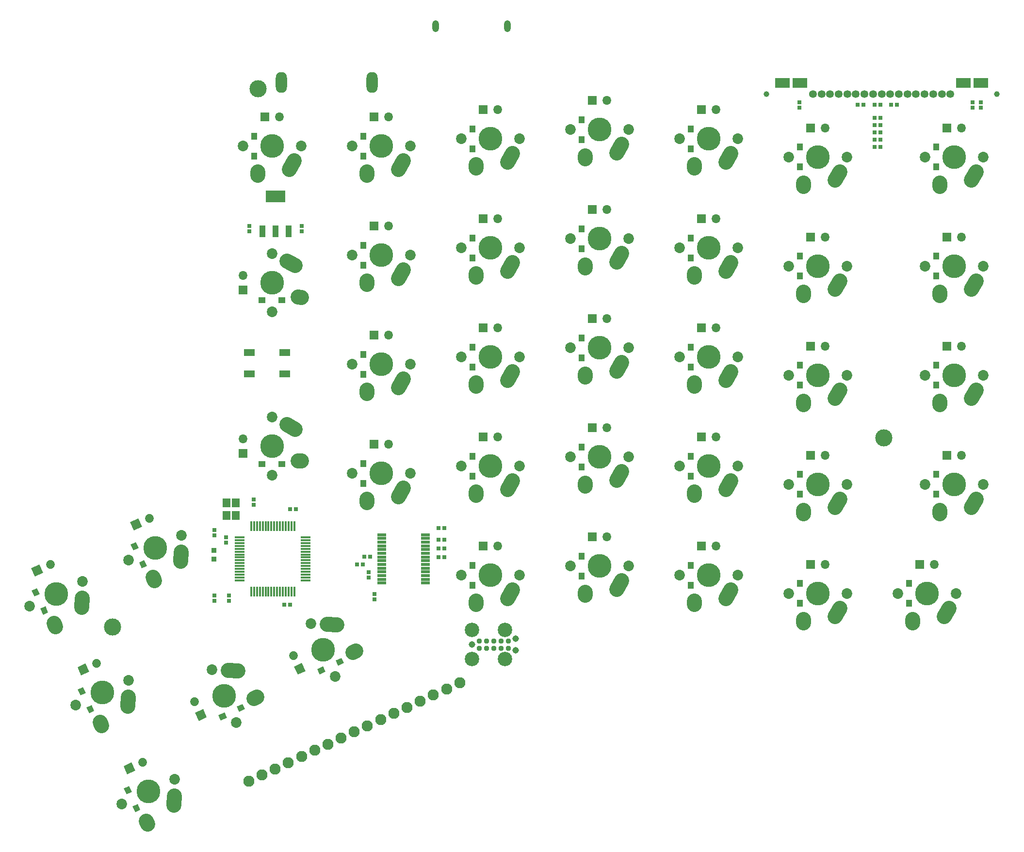
<source format=gbs>
G04 #@! TF.FileFunction,Soldermask,Bot*
%FSLAX46Y46*%
G04 Gerber Fmt 4.6, Leading zero omitted, Abs format (unit mm)*
G04 Created by KiCad (PCBNEW (2015-07-17 BZR 5958)-product) date 8/7/2015 1:36:20 AM*
%MOMM*%
G01*
G04 APERTURE LIST*
%ADD10C,0.150000*%
%ADD11R,0.452400X1.652400*%
%ADD12R,1.652400X0.452400*%
%ADD13R,1.352400X1.552400*%
%ADD14C,1.952400*%
%ADD15C,0.939800*%
%ADD16C,1.143010*%
%ADD17C,2.527310*%
%ADD18R,0.802400X0.752400*%
%ADD19R,0.752400X0.802400*%
%ADD20R,1.582400X0.552400*%
%ADD21R,0.949960X0.949960*%
%ADD22R,1.952400X1.252400*%
%ADD23R,1.102400X2.052400*%
%ADD24R,3.402400X2.052400*%
%ADD25O,1.202400X2.052400*%
%ADD26O,1.952400X3.652400*%
%ADD27R,2.552400X1.652400*%
%ADD28C,1.352400*%
%ADD29C,1.002410*%
%ADD30C,3.000000*%
%ADD31O,1.552400X1.552400*%
%ADD32R,1.552400X1.552400*%
%ADD33C,1.552400*%
%ADD34R,1.153160X1.003300*%
%ADD35R,1.003300X1.153160*%
%ADD36C,4.140210*%
%ADD37C,1.854210*%
%ADD38C,2.652400*%
G04 APERTURE END LIST*
D10*
D11*
X76267000Y-142910000D03*
X75767000Y-142910000D03*
X75267000Y-142910000D03*
X74767000Y-142910000D03*
X74267000Y-142910000D03*
X73767000Y-142910000D03*
X73267000Y-142910000D03*
X72767000Y-142910000D03*
X72267000Y-142910000D03*
X71767000Y-142910000D03*
X71267000Y-142910000D03*
X70767000Y-142910000D03*
X70267000Y-142910000D03*
X69767000Y-142910000D03*
X69267000Y-142910000D03*
X68767000Y-142910000D03*
D12*
X66767000Y-140910000D03*
X66767000Y-140410000D03*
X66767000Y-139910000D03*
X66767000Y-139410000D03*
X66767000Y-138910000D03*
X66767000Y-138410000D03*
X66767000Y-137910000D03*
X66767000Y-137410000D03*
X66767000Y-136910000D03*
X66767000Y-136410000D03*
X66767000Y-135910000D03*
X66767000Y-135410000D03*
X66767000Y-134910000D03*
X66767000Y-134410000D03*
X66767000Y-133910000D03*
X66767000Y-133410000D03*
D11*
X68767000Y-131410000D03*
X69267000Y-131410000D03*
X69767000Y-131410000D03*
X70267000Y-131410000D03*
X70767000Y-131410000D03*
X71267000Y-131410000D03*
X71767000Y-131410000D03*
X72267000Y-131410000D03*
X72767000Y-131410000D03*
X73267000Y-131410000D03*
X73767000Y-131410000D03*
X74267000Y-131410000D03*
X74767000Y-131410000D03*
X75267000Y-131410000D03*
X75767000Y-131410000D03*
X76267000Y-131410000D03*
D12*
X78267000Y-133410000D03*
X78267000Y-133910000D03*
X78267000Y-134410000D03*
X78267000Y-134910000D03*
X78267000Y-135410000D03*
X78267000Y-135910000D03*
X78267000Y-136410000D03*
X78267000Y-136910000D03*
X78267000Y-137410000D03*
X78267000Y-137910000D03*
X78267000Y-138410000D03*
X78267000Y-138910000D03*
X78267000Y-139410000D03*
X78267000Y-139910000D03*
X78267000Y-140410000D03*
X78267000Y-140910000D03*
D13*
X66078000Y-127424000D03*
X64478000Y-127424000D03*
X64478000Y-129624000D03*
X66078000Y-129624000D03*
D14*
X68324826Y-175973603D03*
X70626848Y-174900153D03*
X72928869Y-173826702D03*
X75230891Y-172753252D03*
X77532913Y-171679802D03*
X79834935Y-170606351D03*
X82136956Y-169532901D03*
X84438978Y-168459450D03*
X86741000Y-167386000D03*
X89043022Y-166312550D03*
X91345044Y-165239099D03*
X93647065Y-164165649D03*
X95949087Y-163092198D03*
X98251109Y-162018748D03*
X100553131Y-160945298D03*
X102855152Y-159871847D03*
X105157174Y-158798397D03*
D15*
X111125000Y-152781000D03*
X111125000Y-151511000D03*
X112395000Y-152781000D03*
X112395000Y-151511000D03*
X113665000Y-151511000D03*
X113665000Y-152781000D03*
X109855000Y-152781000D03*
X109855000Y-151511000D03*
X108585000Y-152781000D03*
X108585000Y-151511000D03*
D16*
X107315000Y-152146000D03*
X114935000Y-153162000D03*
X114935000Y-151130000D03*
D17*
X107315000Y-154686000D03*
X113030000Y-154686000D03*
X107315000Y-149606000D03*
X113030000Y-149606000D03*
D18*
X62357000Y-143518000D03*
X62357000Y-144518000D03*
X164465000Y-57412000D03*
X164465000Y-58412000D03*
X194657000Y-57412000D03*
X194657000Y-58412000D03*
X196100000Y-57412000D03*
X196100000Y-58412000D03*
D19*
X178554000Y-57912000D03*
X177554000Y-57912000D03*
X178554000Y-65278000D03*
X177554000Y-65278000D03*
X175633000Y-57912000D03*
X174633000Y-57912000D03*
X178554000Y-64008000D03*
X177554000Y-64008000D03*
X178554000Y-62738000D03*
X177554000Y-62738000D03*
X178554000Y-61468000D03*
X177554000Y-61468000D03*
X178554000Y-60198000D03*
X177554000Y-60198000D03*
D18*
X64389000Y-134358000D03*
X64389000Y-133358000D03*
D19*
X102481000Y-135382000D03*
X101481000Y-135382000D03*
D18*
X69215000Y-127754000D03*
X69215000Y-126754000D03*
D19*
X75557000Y-145161000D03*
X74557000Y-145161000D03*
D18*
X77597000Y-80002000D03*
X77597000Y-79002000D03*
D19*
X76573000Y-128524000D03*
X75573000Y-128524000D03*
D18*
X68453000Y-80002000D03*
X68453000Y-79002000D03*
X64897000Y-143518000D03*
X64897000Y-144518000D03*
D19*
X87257000Y-138176000D03*
X88257000Y-138176000D03*
X88527000Y-136779000D03*
X89527000Y-136779000D03*
X102481000Y-131826000D03*
X101481000Y-131826000D03*
D18*
X90297000Y-143264000D03*
X90297000Y-144264000D03*
X89281000Y-140454000D03*
X89281000Y-139454000D03*
D19*
X102481000Y-133858000D03*
X101481000Y-133858000D03*
D18*
X62357000Y-133088000D03*
X62357000Y-132088000D03*
D19*
X101481000Y-136906000D03*
X102481000Y-136906000D03*
D20*
X99172000Y-132935000D03*
X99172000Y-133585000D03*
X99172000Y-134235000D03*
X99172000Y-134885000D03*
X99172000Y-135535000D03*
X99172000Y-136185000D03*
X99172000Y-136835000D03*
X99172000Y-137485000D03*
X99172000Y-138135000D03*
X99172000Y-138785000D03*
X99172000Y-139435000D03*
X99172000Y-140085000D03*
X99172000Y-140735000D03*
X99172000Y-141385000D03*
X91582000Y-141385000D03*
X91582000Y-140735000D03*
X91582000Y-140085000D03*
X91582000Y-139435000D03*
X91582000Y-138785000D03*
X91582000Y-138135000D03*
X91582000Y-137485000D03*
X91582000Y-136835000D03*
X91582000Y-136185000D03*
X91582000Y-135535000D03*
X91582000Y-134885000D03*
X91582000Y-134235000D03*
X91582000Y-133585000D03*
X91582000Y-132935000D03*
D21*
X62212500Y-135669700D03*
X62212500Y-137168300D03*
D19*
X180475000Y-57912000D03*
X181475000Y-57912000D03*
D22*
X68401000Y-104847000D03*
X68401000Y-101147000D03*
X74601000Y-104847000D03*
X74601000Y-101147000D03*
D23*
X73025000Y-80012000D03*
X70725000Y-80012000D03*
X75325000Y-80012000D03*
D24*
X73025000Y-73912000D03*
D25*
X113471000Y-44122000D03*
X100921000Y-44122000D03*
D26*
X74015000Y-53958000D03*
X89815000Y-53958000D03*
D27*
X161500000Y-54064000D03*
X164500000Y-54064000D03*
D28*
X166800000Y-56014000D03*
X168300000Y-56014000D03*
X169800000Y-56014000D03*
X171300000Y-56014000D03*
X172800000Y-56014000D03*
X174300000Y-56014000D03*
X175800000Y-56014000D03*
X177300000Y-56014000D03*
X178800000Y-56014000D03*
X180300000Y-56014000D03*
X181800000Y-56014000D03*
X183300000Y-56014000D03*
X184800000Y-56014000D03*
X186300000Y-56014000D03*
X187800000Y-56014000D03*
X189300000Y-56014000D03*
X190800000Y-56014000D03*
D27*
X193100000Y-54064000D03*
X196100000Y-54064000D03*
D29*
X198900000Y-56014000D03*
X158700000Y-56014000D03*
D30*
X69977000Y-55118000D03*
X179197000Y-116078000D03*
X44577000Y-149098000D03*
D31*
X168910000Y-80972700D03*
D32*
X166370000Y-80972700D03*
D33*
X49804711Y-172661275D02*
X49804711Y-172661275D01*
D10*
G36*
X47127249Y-174766237D02*
X46471177Y-173359285D01*
X47878129Y-172703213D01*
X48534201Y-174110165D01*
X47127249Y-174766237D01*
X47127249Y-174766237D01*
G37*
D31*
X168910000Y-119073000D03*
D32*
X166370000Y-119073000D03*
D31*
X149860000Y-77797700D03*
D32*
X147320000Y-77797700D03*
D31*
X149860000Y-115898000D03*
D32*
X147320000Y-115898000D03*
D31*
X130810000Y-76200000D03*
D32*
X128270000Y-76200000D03*
D31*
X130810000Y-114300000D03*
D32*
X128270000Y-114300000D03*
D31*
X111760000Y-77797700D03*
D32*
X109220000Y-77797700D03*
D31*
X192722000Y-119073000D03*
D32*
X190182000Y-119073000D03*
D31*
X192722000Y-80972700D03*
D32*
X190182000Y-80972700D03*
D33*
X41752911Y-155394275D02*
X41752911Y-155394275D01*
D10*
G36*
X39075449Y-157499237D02*
X38419377Y-156092285D01*
X39826329Y-155436213D01*
X40482401Y-156843165D01*
X39075449Y-157499237D01*
X39075449Y-157499237D01*
G37*
D31*
X92710000Y-98118000D03*
D32*
X90170000Y-98118000D03*
D31*
X111760000Y-115898000D03*
D32*
X109220000Y-115898000D03*
D31*
X111760000Y-96848000D03*
D32*
X109220000Y-96848000D03*
D33*
X58899275Y-162114989D02*
X58899275Y-162114989D01*
D10*
G36*
X61004237Y-164792451D02*
X59597285Y-165448523D01*
X58941213Y-164041571D01*
X60348165Y-163385499D01*
X61004237Y-164792451D01*
X61004237Y-164792451D01*
G37*
D31*
X149860000Y-58747700D03*
D32*
X147320000Y-58747700D03*
D31*
X130810000Y-95250000D03*
D32*
X128270000Y-95250000D03*
D33*
X76161075Y-154058989D02*
X76161075Y-154058989D01*
D10*
G36*
X78266037Y-156736451D02*
X76859085Y-157392523D01*
X76203013Y-155985571D01*
X77609965Y-155329499D01*
X78266037Y-156736451D01*
X78266037Y-156736451D01*
G37*
D31*
X92710000Y-60020200D03*
D32*
X90170000Y-60020200D03*
D31*
X149860000Y-96848000D03*
D32*
X147320000Y-96848000D03*
D31*
X111760000Y-134948000D03*
D32*
X109220000Y-134948000D03*
D31*
X111760000Y-58747700D03*
D32*
X109220000Y-58747700D03*
D31*
X168910000Y-100023000D03*
D32*
X166370000Y-100023000D03*
D31*
X130810000Y-133350000D03*
D32*
X128270000Y-133350000D03*
D31*
X130810000Y-57150000D03*
D32*
X128270000Y-57150000D03*
D31*
X192722000Y-100023000D03*
D32*
X190182000Y-100023000D03*
D31*
X149860000Y-134948000D03*
D32*
X147320000Y-134948000D03*
D31*
X73660000Y-60020200D03*
D32*
X71120000Y-60020200D03*
D33*
X33703611Y-138130275D02*
X33703611Y-138130275D01*
D10*
G36*
X31026149Y-140235237D02*
X30370077Y-138828285D01*
X31777029Y-138172213D01*
X32433101Y-139579165D01*
X31026149Y-140235237D01*
X31026149Y-140235237D01*
G37*
D31*
X168910000Y-138123000D03*
D32*
X166370000Y-138123000D03*
D31*
X168910000Y-61925200D03*
D32*
X166370000Y-61925200D03*
D33*
X50968011Y-130080275D02*
X50968011Y-130080275D01*
D10*
G36*
X48290549Y-132185237D02*
X47634477Y-130778285D01*
X49041429Y-130122213D01*
X49697501Y-131529165D01*
X48290549Y-132185237D01*
X48290549Y-132185237D01*
G37*
D31*
X187960000Y-138123000D03*
D32*
X185420000Y-138123000D03*
D31*
X192722000Y-61925200D03*
D32*
X190182000Y-61925200D03*
D31*
X67310000Y-116215000D03*
D32*
X67310000Y-118755000D03*
D31*
X67310000Y-87640200D03*
D32*
X67310000Y-90180200D03*
D31*
X92710000Y-117168000D03*
D32*
X90170000Y-117168000D03*
D31*
X92710000Y-79067700D03*
D32*
X90170000Y-79067700D03*
D10*
G36*
X80719653Y-157324004D02*
X80295640Y-156414705D01*
X81340757Y-155927358D01*
X81764770Y-156836657D01*
X80719653Y-157324004D01*
X80719653Y-157324004D01*
G37*
G36*
X83891839Y-155844789D02*
X83467826Y-154935490D01*
X84512943Y-154448143D01*
X84936956Y-155357442D01*
X83891839Y-155844789D01*
X83891839Y-155844789D01*
G37*
D34*
X70637400Y-120596000D03*
X74137520Y-120596000D03*
D35*
X88328500Y-120495400D03*
X88328500Y-123995520D03*
X107378000Y-119225400D03*
X107378000Y-122725520D03*
X126428000Y-117627400D03*
X126428000Y-121127520D03*
X145478000Y-119225400D03*
X145478000Y-122725520D03*
X164528000Y-122400400D03*
X164528000Y-125900520D03*
X188340000Y-122400400D03*
X188340000Y-125900520D03*
D10*
G36*
X38489796Y-159950053D02*
X39399095Y-159526040D01*
X39886442Y-160571157D01*
X38977143Y-160995170D01*
X38489796Y-159950053D01*
X38489796Y-159950053D01*
G37*
G36*
X39969011Y-163122239D02*
X40878310Y-162698226D01*
X41365657Y-163743343D01*
X40456358Y-164167356D01*
X39969011Y-163122239D01*
X39969011Y-163122239D01*
G37*
G36*
X46541596Y-177217053D02*
X47450895Y-176793040D01*
X47938242Y-177838157D01*
X47028943Y-178262170D01*
X46541596Y-177217053D01*
X46541596Y-177217053D01*
G37*
G36*
X48020811Y-180389239D02*
X48930110Y-179965226D01*
X49417457Y-181010343D01*
X48508158Y-181434356D01*
X48020811Y-180389239D01*
X48020811Y-180389239D01*
G37*
G36*
X63455253Y-165376004D02*
X63031240Y-164466705D01*
X64076357Y-163979358D01*
X64500370Y-164888657D01*
X63455253Y-165376004D01*
X63455253Y-165376004D01*
G37*
G36*
X66627439Y-163896789D02*
X66203426Y-162987490D01*
X67248543Y-162500143D01*
X67672556Y-163409442D01*
X66627439Y-163896789D01*
X66627439Y-163896789D01*
G37*
D35*
X69278500Y-63347600D03*
X69278500Y-66847720D03*
X107378000Y-138275400D03*
X107378000Y-141775520D03*
X126428000Y-136677400D03*
X126428000Y-140177520D03*
X145478000Y-138275400D03*
X145478000Y-141775520D03*
X164528000Y-141450400D03*
X164528000Y-144950520D03*
X183578000Y-141450400D03*
X183578000Y-144950520D03*
X126428000Y-79527400D03*
X126428000Y-83027520D03*
X145478000Y-62075100D03*
X145478000Y-65575220D03*
X126428000Y-60477400D03*
X126428000Y-63977520D03*
X107378000Y-62075100D03*
X107378000Y-65575220D03*
X88328500Y-63347600D03*
X88328500Y-66847720D03*
D10*
G36*
X47704896Y-134634053D02*
X48614195Y-134210040D01*
X49101542Y-135255157D01*
X48192243Y-135679170D01*
X47704896Y-134634053D01*
X47704896Y-134634053D01*
G37*
G36*
X49184111Y-137806239D02*
X50093410Y-137382226D01*
X50580757Y-138427343D01*
X49671458Y-138851356D01*
X49184111Y-137806239D01*
X49184111Y-137806239D01*
G37*
D35*
X164528000Y-65252600D03*
X164528000Y-68752720D03*
X188340000Y-65252600D03*
X188340000Y-68752720D03*
D34*
X70637400Y-92021700D03*
X74137520Y-92021700D03*
D35*
X88328500Y-82395100D03*
X88328500Y-85895220D03*
X107378000Y-81125100D03*
X107378000Y-84625220D03*
X145478000Y-81125100D03*
X145478000Y-84625220D03*
X164528000Y-84300100D03*
X164528000Y-87800220D03*
X188340000Y-84300100D03*
X188340000Y-87800220D03*
X88328500Y-101445400D03*
X88328500Y-104945520D03*
X107378000Y-100175400D03*
X107378000Y-103675520D03*
X126428000Y-98577400D03*
X126428000Y-102077520D03*
X145478000Y-100175400D03*
X145478000Y-103675520D03*
X164528000Y-103350400D03*
X164528000Y-106850520D03*
X188340000Y-103350400D03*
X188340000Y-106850520D03*
D10*
G36*
X30440496Y-142686053D02*
X31349795Y-142262040D01*
X31837142Y-143307157D01*
X30927843Y-143731170D01*
X30440496Y-142686053D01*
X30440496Y-142686053D01*
G37*
G36*
X31919711Y-145858239D02*
X32829010Y-145434226D01*
X33316357Y-146479343D01*
X32407058Y-146903356D01*
X31919711Y-145858239D01*
X31919711Y-145858239D01*
G37*
D36*
X81302900Y-153065000D03*
D37*
X79155999Y-148460956D03*
X83449801Y-157669044D03*
D38*
X83660426Y-148656034D02*
X81994596Y-148538086D01*
X86979669Y-153220155D02*
X86438555Y-153428953D01*
D36*
X51963300Y-135219000D03*
D37*
X56567344Y-133072099D03*
X47359256Y-137365901D03*
D38*
X56372266Y-137576526D02*
X56490214Y-135910696D01*
X51808145Y-140895769D02*
X51599347Y-140354655D01*
D36*
X91440000Y-65100200D03*
D37*
X96520000Y-65100200D03*
X86360000Y-65100200D03*
D38*
X94439547Y-69100154D02*
X95250453Y-67640246D01*
X88900276Y-70179528D02*
X88939724Y-69600872D01*
D36*
X148590000Y-82877700D03*
D37*
X153670000Y-82877700D03*
X143510000Y-82877700D03*
D38*
X151589547Y-86877654D02*
X152400453Y-85417746D01*
X146050276Y-87957028D02*
X146089724Y-87378372D01*
D36*
X64038500Y-161117000D03*
D37*
X61891599Y-156512956D03*
X66185401Y-165721044D03*
D38*
X66396026Y-156708034D02*
X64730196Y-156590086D01*
X69715269Y-161272155D02*
X69174155Y-161480953D01*
D36*
X110490000Y-140028000D03*
D37*
X115570000Y-140028000D03*
X105410000Y-140028000D03*
D38*
X113489547Y-144027954D02*
X114300453Y-142568046D01*
X107950276Y-145107328D02*
X107989724Y-144528672D01*
D36*
X129540000Y-138430000D03*
D37*
X134620000Y-138430000D03*
X124460000Y-138430000D03*
D38*
X132539547Y-142429954D02*
X133350453Y-140970046D01*
X127000276Y-143509328D02*
X127039724Y-142930672D01*
D36*
X167640000Y-143203000D03*
D37*
X172720000Y-143203000D03*
X162560000Y-143203000D03*
D38*
X170639547Y-147202954D02*
X171450453Y-145743046D01*
X165100276Y-148282328D02*
X165139724Y-147703672D01*
D36*
X91440000Y-122248000D03*
D37*
X96520000Y-122248000D03*
X86360000Y-122248000D03*
D38*
X94439547Y-126247954D02*
X95250453Y-124788046D01*
X88900276Y-127327328D02*
X88939724Y-126748672D01*
D36*
X110490000Y-120978000D03*
D37*
X115570000Y-120978000D03*
X105410000Y-120978000D03*
D38*
X113489547Y-124977954D02*
X114300453Y-123518046D01*
X107950276Y-126057328D02*
X107989724Y-125478672D01*
D36*
X129540000Y-119380000D03*
D37*
X134620000Y-119380000D03*
X124460000Y-119380000D03*
D38*
X132539547Y-123379954D02*
X133350453Y-121920046D01*
X127000276Y-124459328D02*
X127039724Y-123880672D01*
D36*
X148590000Y-120978000D03*
D37*
X153670000Y-120978000D03*
X143510000Y-120978000D03*
D38*
X151589547Y-124977954D02*
X152400453Y-123518046D01*
X146050276Y-126057328D02*
X146089724Y-125478672D01*
D36*
X167640000Y-124153000D03*
D37*
X172720000Y-124153000D03*
X162560000Y-124153000D03*
D38*
X170639547Y-128152954D02*
X171450453Y-126693046D01*
X165100276Y-129232328D02*
X165139724Y-128653672D01*
D36*
X91440000Y-103198000D03*
D37*
X96520000Y-103198000D03*
X86360000Y-103198000D03*
D38*
X94439547Y-107197954D02*
X95250453Y-105738046D01*
X88900276Y-108277328D02*
X88939724Y-107698672D01*
D36*
X110490000Y-101928000D03*
D37*
X115570000Y-101928000D03*
X105410000Y-101928000D03*
D38*
X113489547Y-105927954D02*
X114300453Y-104468046D01*
X107950276Y-107007328D02*
X107989724Y-106428672D01*
D36*
X129540000Y-100330000D03*
D37*
X134620000Y-100330000D03*
X124460000Y-100330000D03*
D38*
X132539547Y-104329954D02*
X133350453Y-102870046D01*
X127000276Y-105409328D02*
X127039724Y-104830672D01*
D36*
X148590000Y-101928000D03*
D37*
X153670000Y-101928000D03*
X143510000Y-101928000D03*
D38*
X151589547Y-105927954D02*
X152400453Y-104468046D01*
X146050276Y-107007328D02*
X146089724Y-106428672D01*
D36*
X167640000Y-105103000D03*
D37*
X172720000Y-105103000D03*
X162560000Y-105103000D03*
D38*
X170639547Y-109102954D02*
X171450453Y-107643046D01*
X165100276Y-110182328D02*
X165139724Y-109603672D01*
D36*
X110490000Y-82877700D03*
D37*
X115570000Y-82877700D03*
X105410000Y-82877700D03*
D38*
X113489547Y-86877654D02*
X114300453Y-85417746D01*
X107950276Y-87957028D02*
X107989724Y-87378372D01*
D36*
X129540000Y-81280000D03*
D37*
X134620000Y-81280000D03*
X124460000Y-81280000D03*
D38*
X132539547Y-85279954D02*
X133350453Y-83820046D01*
X127000276Y-86359328D02*
X127039724Y-85780672D01*
D36*
X167640000Y-86052700D03*
D37*
X172720000Y-86052700D03*
X162560000Y-86052700D03*
D38*
X170639547Y-90052654D02*
X171450453Y-88592746D01*
X165100276Y-91132028D02*
X165139724Y-90553372D01*
D36*
X148590000Y-140028000D03*
D37*
X153670000Y-140028000D03*
X143510000Y-140028000D03*
D38*
X151589547Y-144027954D02*
X152400453Y-142568046D01*
X146050276Y-145107328D02*
X146089724Y-144528672D01*
D36*
X110490000Y-63827700D03*
D37*
X115570000Y-63827700D03*
X105410000Y-63827700D03*
D38*
X113489547Y-67827654D02*
X114300453Y-66367746D01*
X107950276Y-68907028D02*
X107989724Y-68328372D01*
D36*
X129540000Y-62230000D03*
D37*
X134620000Y-62230000D03*
X124460000Y-62230000D03*
D38*
X132539547Y-66229954D02*
X133350453Y-64770046D01*
X127000276Y-67309328D02*
X127039724Y-66730672D01*
D36*
X148590000Y-63827700D03*
D37*
X153670000Y-63827700D03*
X143510000Y-63827700D03*
D38*
X151589547Y-67827654D02*
X152400453Y-66367746D01*
X146050276Y-68907028D02*
X146089724Y-68328372D01*
D36*
X167640000Y-67005200D03*
D37*
X172720000Y-67005200D03*
X162560000Y-67005200D03*
D38*
X170639547Y-71005154D02*
X171450453Y-69545246D01*
X165100276Y-72084528D02*
X165139724Y-71505872D01*
D36*
X34698900Y-143269000D03*
D37*
X39302944Y-141122099D03*
X30094856Y-145415901D03*
D38*
X39107866Y-145626526D02*
X39225814Y-143960696D01*
X34543745Y-148945769D02*
X34334947Y-148404655D01*
D36*
X50800000Y-177800000D03*
D37*
X55404044Y-175653099D03*
X46195956Y-179946901D03*
D38*
X55208966Y-180157526D02*
X55326914Y-178491696D01*
X50644845Y-183476769D02*
X50436047Y-182935655D01*
D36*
X42748200Y-160533000D03*
D37*
X47352244Y-158386099D03*
X38144156Y-162679901D03*
D38*
X47157166Y-162890526D02*
X47275114Y-161224696D01*
X42593045Y-166209769D02*
X42384247Y-165668655D01*
D36*
X91440000Y-84147700D03*
D37*
X96520000Y-84147700D03*
X86360000Y-84147700D03*
D38*
X94439547Y-88147654D02*
X95250453Y-86687746D01*
X88900276Y-89227028D02*
X88939724Y-88648372D01*
D36*
X186690000Y-143203000D03*
D37*
X191770000Y-143203000D03*
X181610000Y-143203000D03*
D38*
X189689547Y-147202954D02*
X190500453Y-145743046D01*
X184150276Y-148282328D02*
X184189724Y-147703672D01*
D36*
X72390000Y-117485000D03*
D37*
X72390000Y-112405000D03*
X72390000Y-122565000D03*
D38*
X76389954Y-114485453D02*
X74930046Y-113674547D01*
X77469328Y-120024724D02*
X76890672Y-119985276D01*
D36*
X72390000Y-65100200D03*
D37*
X77470000Y-65100200D03*
X67310000Y-65100200D03*
D38*
X75389547Y-69100154D02*
X76200453Y-67640246D01*
X69850276Y-70179528D02*
X69889724Y-69600872D01*
D36*
X72390000Y-88910200D03*
D37*
X72390000Y-83830200D03*
X72390000Y-93990200D03*
D38*
X76389954Y-85910653D02*
X74930046Y-85099747D01*
X77469328Y-91449924D02*
X76890672Y-91410476D01*
D36*
X191452000Y-124153000D03*
D37*
X196532000Y-124153000D03*
X186372000Y-124153000D03*
D38*
X194451547Y-128152954D02*
X195262453Y-126693046D01*
X188912276Y-129232328D02*
X188951724Y-128653672D01*
D36*
X191452000Y-67005200D03*
D37*
X196532000Y-67005200D03*
X186372000Y-67005200D03*
D38*
X194451547Y-71005154D02*
X195262453Y-69545246D01*
X188912276Y-72084528D02*
X188951724Y-71505872D01*
D36*
X191452000Y-86052700D03*
D37*
X196532000Y-86052700D03*
X186372000Y-86052700D03*
D38*
X194451547Y-90052654D02*
X195262453Y-88592746D01*
X188912276Y-91132028D02*
X188951724Y-90553372D01*
D36*
X191452000Y-105103000D03*
D37*
X196532000Y-105103000D03*
X186372000Y-105103000D03*
D38*
X194451547Y-109102954D02*
X195262453Y-107643046D01*
X188912276Y-110182328D02*
X188951724Y-109603672D01*
M02*

</source>
